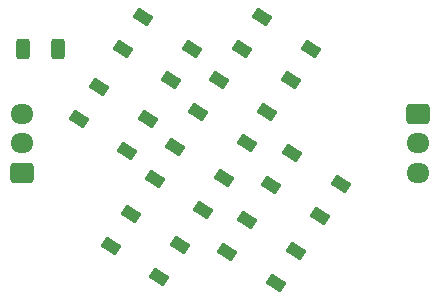
<source format=gts>
G04 #@! TF.GenerationSoftware,KiCad,Pcbnew,7.0.2-0*
G04 #@! TF.CreationDate,2023-12-21T10:07:40-08:00*
G04 #@! TF.ProjectId,MM Skirt,4d4d2053-6b69-4727-942e-6b696361645f,rev?*
G04 #@! TF.SameCoordinates,Original*
G04 #@! TF.FileFunction,Soldermask,Top*
G04 #@! TF.FilePolarity,Negative*
%FSLAX46Y46*%
G04 Gerber Fmt 4.6, Leading zero omitted, Abs format (unit mm)*
G04 Created by KiCad (PCBNEW 7.0.2-0) date 2023-12-21 10:07:40*
%MOMM*%
%LPD*%
G01*
G04 APERTURE LIST*
G04 Aperture macros list*
%AMRoundRect*
0 Rectangle with rounded corners*
0 $1 Rounding radius*
0 $2 $3 $4 $5 $6 $7 $8 $9 X,Y pos of 4 corners*
0 Add a 4 corners polygon primitive as box body*
4,1,4,$2,$3,$4,$5,$6,$7,$8,$9,$2,$3,0*
0 Add four circle primitives for the rounded corners*
1,1,$1+$1,$2,$3*
1,1,$1+$1,$4,$5*
1,1,$1+$1,$6,$7*
1,1,$1+$1,$8,$9*
0 Add four rect primitives between the rounded corners*
20,1,$1+$1,$2,$3,$4,$5,0*
20,1,$1+$1,$4,$5,$6,$7,0*
20,1,$1+$1,$6,$7,$8,$9,0*
20,1,$1+$1,$8,$9,$2,$3,0*%
%AMRotRect*
0 Rectangle, with rotation*
0 The origin of the aperture is its center*
0 $1 length*
0 $2 width*
0 $3 Rotation angle, in degrees counterclockwise*
0 Add horizontal line*
21,1,$1,$2,0,0,$3*%
G04 Aperture macros list end*
%ADD10RotRect,1.500000X1.000000X147.300000*%
%ADD11RotRect,1.500000X1.000000X327.300000*%
%ADD12RoundRect,0.250000X-0.312500X-0.625000X0.312500X-0.625000X0.312500X0.625000X-0.312500X0.625000X0*%
%ADD13RoundRect,0.250000X-0.725000X0.600000X-0.725000X-0.600000X0.725000X-0.600000X0.725000X0.600000X0*%
%ADD14O,1.950000X1.700000*%
%ADD15RoundRect,0.250000X0.725000X-0.600000X0.725000X0.600000X-0.725000X0.600000X-0.725000X-0.600000X0*%
G04 APERTURE END LIST*
D10*
X119320117Y-87658406D03*
X121048886Y-84965572D03*
X116925483Y-82318394D03*
X115196714Y-85011228D03*
D11*
X127034683Y-82318394D03*
X125305914Y-85011228D03*
X129429317Y-87658406D03*
X131158086Y-84965572D03*
X115909483Y-98980794D03*
X114180714Y-101673628D03*
X118304117Y-104320806D03*
X120032886Y-101627972D03*
D10*
X128159317Y-104828806D03*
X129888086Y-102135972D03*
X125764683Y-99488794D03*
X124035914Y-102181628D03*
X131918517Y-99139206D03*
X133647286Y-96446372D03*
X129523883Y-93799194D03*
X127795114Y-96492028D03*
D11*
X119639766Y-93313588D03*
X117910997Y-96006422D03*
X122034400Y-98653600D03*
X123763169Y-95960766D03*
D12*
X106792300Y-85039200D03*
X109717300Y-85039200D03*
D11*
X123326283Y-87652394D03*
X121597514Y-90345228D03*
X125720917Y-92992406D03*
X127449686Y-90299572D03*
D10*
X115611717Y-93602006D03*
X117340486Y-90909172D03*
X113217083Y-88261994D03*
X111488314Y-90954828D03*
D13*
X140191000Y-90464000D03*
D14*
X140191000Y-92964000D03*
X140191000Y-95464000D03*
D15*
X106680000Y-95464000D03*
D14*
X106680000Y-92964000D03*
X106680000Y-90464000D03*
M02*

</source>
